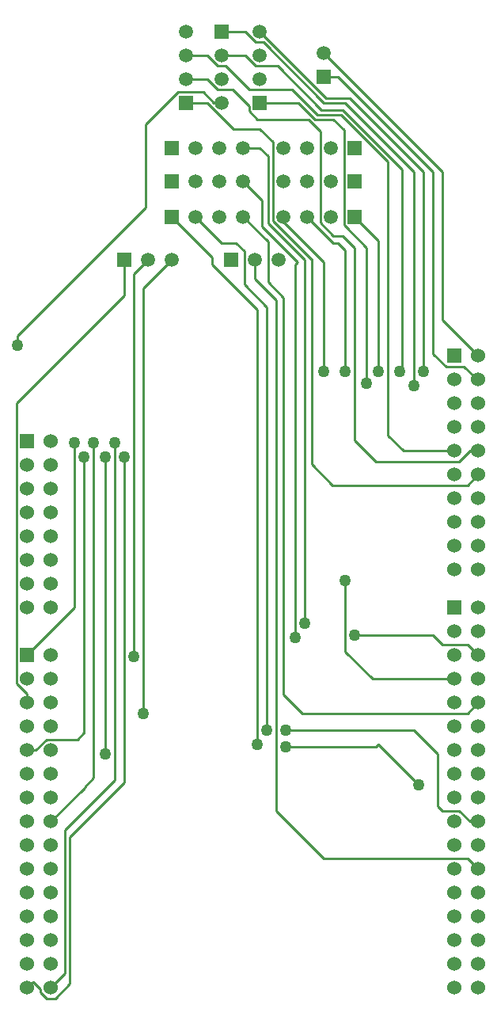
<source format=gbl>
G04 Layer_Physical_Order=2*
G04 Layer_Color=16711680*
%FSLAX25Y25*%
%MOIN*%
G70*
G01*
G75*
%ADD10C,0.01000*%
%ADD11R,0.05906X0.05906*%
%ADD12C,0.05906*%
%ADD13R,0.05906X0.05906*%
%ADD14C,0.06024*%
%ADD15R,0.06024X0.06024*%
%ADD16C,0.05000*%
D10*
X475000Y553000D02*
Y599000D01*
X458000Y616000D02*
X475000Y599000D01*
X495480Y423520D02*
X530000D01*
X484000Y435000D02*
X495480Y423520D01*
X484000Y435000D02*
Y465000D01*
X346000Y564000D02*
Y568000D01*
X400000Y622000D01*
Y657027D01*
X413426Y670453D01*
X424079D01*
X428531Y666000D01*
X432000D01*
X360000Y363520D02*
X374031Y377551D01*
Y378031D01*
X399000Y588000D02*
X411000Y600000D01*
X399000Y409000D02*
Y588000D01*
X391000Y585000D02*
Y600000D01*
X345488Y539488D02*
X391000Y585000D01*
X345488Y421651D02*
Y539488D01*
Y421651D02*
X350000Y417139D01*
Y413520D02*
Y417139D01*
X395000Y594000D02*
X401000Y600000D01*
X395000Y433000D02*
Y594000D01*
X370000Y453520D02*
Y523000D01*
X350000Y433520D02*
X370000Y453520D01*
X358131Y398031D02*
X371031D01*
X353619Y393520D02*
X358131Y398031D01*
X350000Y393520D02*
X353619D01*
X366000Y360000D02*
X387000Y381000D01*
X366000Y299520D02*
Y360000D01*
X360000Y293520D02*
X366000Y299520D01*
X368000Y357000D02*
X391000Y380000D01*
X368000Y295139D02*
Y357000D01*
X361869Y289008D02*
X368000Y295139D01*
X358131Y289008D02*
X361869D01*
X355488Y291651D02*
X358131Y289008D01*
X355488Y291651D02*
Y292998D01*
X350000Y293520D02*
X352483Y296003D01*
X355488Y292998D01*
X475000Y687000D02*
X525000Y637000D01*
Y574520D02*
Y637000D01*
Y574520D02*
X540000Y559520D01*
X475000Y677000D02*
X481000D01*
X521000Y637000D01*
Y560375D02*
Y637000D01*
Y560375D02*
X526367Y555008D01*
X533992D01*
X539480Y549520D01*
X448000Y695973D02*
Y696000D01*
Y695973D02*
X475973Y668000D01*
X486000D01*
X517000Y637000D01*
Y553000D02*
Y637000D01*
X432000Y696000D02*
X441703D01*
X446156Y691547D01*
X449453D01*
X475000Y666000D01*
X484000D01*
X513000Y637000D01*
X432000Y686000D02*
X441703D01*
X446156Y681547D01*
X455453D01*
X474000Y663000D01*
X483000D01*
X508000Y638000D01*
Y554000D02*
Y638000D01*
X507000Y553000D02*
X508000Y554000D01*
X417000Y686000D02*
X425703D01*
X430156Y681547D01*
X433547D01*
X443547Y671547D01*
X461547D01*
X472094Y661000D01*
X482172D01*
X502000Y641172D01*
Y526000D02*
Y641172D01*
Y526000D02*
X508480Y519520D01*
X530000D01*
X488000Y618000D02*
X498000Y608000D01*
Y553000D02*
Y608000D01*
X448000Y666000D02*
X464266D01*
X471266Y659000D01*
X479000D01*
X483547Y654453D01*
Y614426D02*
Y654453D01*
Y614426D02*
X484426Y613547D01*
X484453D01*
X493000Y605000D01*
Y548000D02*
Y605000D01*
X417000Y676000D02*
X425703D01*
X430156Y671547D01*
X436453D01*
X443547Y664453D01*
Y662426D02*
Y664453D01*
Y662426D02*
X446973Y659000D01*
X468438D01*
X473547Y653890D01*
Y615453D02*
Y653890D01*
Y615453D02*
X479000Y610000D01*
X483000D01*
X488000Y605000D01*
Y524000D02*
Y605000D01*
Y524000D02*
X496992Y515008D01*
X531869D01*
X536381Y519520D01*
X540000D01*
X468000Y618000D02*
X479000Y607000D01*
X481000D01*
X484000Y604000D01*
Y553000D02*
Y604000D01*
X458000Y616000D02*
Y618000D01*
X417000Y666000D02*
X425703D01*
X436703Y655000D01*
X448000D01*
X453547Y649453D01*
Y616156D02*
Y649453D01*
Y616156D02*
X469531Y600172D01*
X469828D01*
Y513828D02*
Y600172D01*
Y513828D02*
X478657Y505000D01*
X535480D01*
X540000Y509520D01*
X441000Y647000D02*
X448000D01*
X451547Y643453D01*
Y615327D02*
Y643453D01*
Y615327D02*
X467000Y599874D01*
Y447000D02*
Y599874D01*
X488000Y442000D02*
X521000D01*
X524968Y438031D01*
X531869D01*
X531900Y438000D01*
X535520D01*
X540000Y433520D01*
X441000Y633000D02*
X449000Y625000D01*
Y614000D02*
Y625000D01*
X441000Y618000D02*
X451547Y607453D01*
Y590453D02*
Y607453D01*
Y590453D02*
X458000Y584000D01*
Y417000D02*
Y584000D01*
Y417000D02*
X466000Y409000D01*
X535480D01*
X540000Y413520D01*
X446000Y592000D02*
Y600000D01*
Y592000D02*
X455000Y583000D01*
Y368000D02*
Y583000D01*
Y368000D02*
X474968Y348031D01*
X531869D01*
X531900Y348000D01*
X535520D01*
X540000Y343520D01*
X421000Y618000D02*
X432000Y607000D01*
X438000D01*
X441547Y603453D01*
Y589453D02*
Y603453D01*
Y589453D02*
X451000Y580000D01*
Y402000D02*
Y580000D01*
X459000Y402000D02*
X513000D01*
X523000Y392000D01*
Y370000D02*
Y392000D01*
Y370000D02*
X524968Y368032D01*
X531869D01*
X536381Y363520D01*
X540000D01*
X411000Y618000D02*
X428000Y601000D01*
Y598000D02*
Y601000D01*
Y598000D02*
X447000Y579000D01*
Y396000D02*
Y579000D01*
X498000Y396000D02*
X515000Y379000D01*
X497000Y395000D02*
X498000Y396000D01*
X459000Y395000D02*
X497000D01*
X463000Y598000D02*
X464000Y599000D01*
X463000Y441000D02*
Y598000D01*
X449000Y614000D02*
X464000Y599000D01*
X513000Y547000D02*
Y637000D01*
X383000Y392000D02*
Y517000D01*
X387000Y381000D02*
Y523000D01*
X391000Y380000D02*
Y517000D01*
X374031Y378031D02*
X378000Y382000D01*
X371031Y398031D02*
X374000Y401000D01*
X378000Y382000D02*
Y523000D01*
X374000Y401000D02*
Y517000D01*
D11*
X391000Y600000D02*
D03*
X488000Y618000D02*
D03*
X411000D02*
D03*
Y633000D02*
D03*
Y647000D02*
D03*
X488000D02*
D03*
Y633000D02*
D03*
X436000Y600000D02*
D03*
D12*
X401000D02*
D03*
X411000D02*
D03*
X478000Y618000D02*
D03*
X468000D02*
D03*
X458000D02*
D03*
X448000Y676000D02*
D03*
Y686000D02*
D03*
Y696000D02*
D03*
X421000Y618000D02*
D03*
X431000D02*
D03*
X441000D02*
D03*
X421000Y633000D02*
D03*
X431000D02*
D03*
X441000D02*
D03*
X421000Y647000D02*
D03*
X431000D02*
D03*
X441000D02*
D03*
X478000D02*
D03*
X468000D02*
D03*
X458000D02*
D03*
X478000Y633000D02*
D03*
X468000D02*
D03*
X458000D02*
D03*
X417000Y676000D02*
D03*
Y686000D02*
D03*
Y696000D02*
D03*
X432000Y686000D02*
D03*
Y676000D02*
D03*
Y666000D02*
D03*
X475000Y687000D02*
D03*
X456000Y600000D02*
D03*
X446000D02*
D03*
D13*
X448000Y666000D02*
D03*
X417000D02*
D03*
X432000Y696000D02*
D03*
X475000Y677000D02*
D03*
D14*
X540000Y293520D02*
D03*
X530000D02*
D03*
X360000D02*
D03*
X350000D02*
D03*
X540000Y469520D02*
D03*
X530000D02*
D03*
X540000Y479520D02*
D03*
X530000D02*
D03*
X540000Y489520D02*
D03*
X530000D02*
D03*
X540000Y499520D02*
D03*
X530000D02*
D03*
X540000Y509520D02*
D03*
X530000D02*
D03*
X540000Y519520D02*
D03*
X530000D02*
D03*
X540000Y529520D02*
D03*
X530000D02*
D03*
X540000Y539520D02*
D03*
X530000D02*
D03*
X540000Y549520D02*
D03*
X530000D02*
D03*
X540000Y303520D02*
D03*
X530000D02*
D03*
X540000Y313520D02*
D03*
X530000D02*
D03*
X540000Y323520D02*
D03*
X530000D02*
D03*
X540000Y333520D02*
D03*
X530000D02*
D03*
X540000Y343520D02*
D03*
X530000D02*
D03*
X540000Y353520D02*
D03*
X530000D02*
D03*
X540000Y363520D02*
D03*
X530000D02*
D03*
X540000Y373520D02*
D03*
X530000D02*
D03*
X540000Y383520D02*
D03*
X530000D02*
D03*
X540000Y393520D02*
D03*
X530000D02*
D03*
X540000Y403520D02*
D03*
X530000D02*
D03*
X540000Y413520D02*
D03*
X530000D02*
D03*
X540000Y423520D02*
D03*
X530000D02*
D03*
X540000Y433520D02*
D03*
X530000D02*
D03*
X540000Y443520D02*
D03*
X530000D02*
D03*
X540000Y453520D02*
D03*
Y559520D02*
D03*
X360000Y303520D02*
D03*
X350000D02*
D03*
X360000Y313520D02*
D03*
X350000D02*
D03*
X360000Y323520D02*
D03*
X350000D02*
D03*
X360000Y333520D02*
D03*
X350000D02*
D03*
X360000Y343520D02*
D03*
X350000D02*
D03*
X360000Y353520D02*
D03*
X350000D02*
D03*
X360000Y363520D02*
D03*
X350000D02*
D03*
X360000Y373520D02*
D03*
X350000D02*
D03*
X360000Y383520D02*
D03*
X350000D02*
D03*
X360000Y393520D02*
D03*
X350000D02*
D03*
X360000Y403520D02*
D03*
X350000D02*
D03*
X360000Y413520D02*
D03*
X350000D02*
D03*
X360000Y423520D02*
D03*
X350000D02*
D03*
X360000Y433520D02*
D03*
Y453520D02*
D03*
X350000D02*
D03*
X360000Y463520D02*
D03*
X350000D02*
D03*
X360000Y473520D02*
D03*
X350000D02*
D03*
X360000Y483520D02*
D03*
X350000D02*
D03*
X360000Y493520D02*
D03*
X350000D02*
D03*
X360000Y503520D02*
D03*
X350000D02*
D03*
X360000Y513520D02*
D03*
X350000D02*
D03*
X360000Y523520D02*
D03*
D15*
X530000Y453520D02*
D03*
Y559520D02*
D03*
X350000Y433520D02*
D03*
Y523520D02*
D03*
D16*
X475000Y553000D02*
D03*
X346000Y564000D02*
D03*
X399000Y409000D02*
D03*
X395000Y433000D02*
D03*
X370000Y523000D02*
D03*
X378000D02*
D03*
X383000Y392000D02*
D03*
X387000Y523000D02*
D03*
X517000Y553000D02*
D03*
X507000D02*
D03*
X498000D02*
D03*
X493000Y548000D02*
D03*
X484000Y553000D02*
D03*
Y465000D02*
D03*
X467000Y447000D02*
D03*
X488000Y442000D02*
D03*
X451000Y402000D02*
D03*
X459000D02*
D03*
X447000Y396000D02*
D03*
X515000Y379000D02*
D03*
X459000Y395000D02*
D03*
X463000Y441000D02*
D03*
X513000Y547000D02*
D03*
X383000Y517000D02*
D03*
X391000D02*
D03*
X374000D02*
D03*
M02*

</source>
